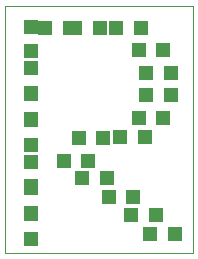
<source format=gtp>
G75*
%MOIN*%
%OFA0B0*%
%FSLAX24Y24*%
%IPPOS*%
%LPD*%
%AMOC8*
5,1,8,0,0,1.08239X$1,22.5*
%
%ADD10C,0.0000*%
%ADD11R,0.0472X0.0472*%
D10*
X002767Y002517D02*
X002767Y010742D01*
X009043Y010742D01*
X009043Y002517D01*
X002767Y002517D01*
D11*
X003642Y002978D03*
X003642Y003805D03*
X003642Y003853D03*
X006228Y004392D03*
X007055Y004392D03*
X006180Y005017D03*
X005353Y005017D03*
X003642Y004728D03*
X003642Y004680D03*
X006978Y003767D03*
X007805Y003767D03*
X007603Y003142D03*
X008430Y003142D03*
X005555Y005579D03*
X004728Y005579D03*
X003642Y005555D03*
X003642Y006103D03*
X005228Y006329D03*
X006055Y006329D03*
X006603Y006392D03*
X007430Y006392D03*
X007228Y007017D03*
X008055Y007017D03*
X008305Y007767D03*
X007478Y007767D03*
X007478Y008517D03*
X008305Y008517D03*
X008055Y009267D03*
X007228Y009267D03*
X007305Y010017D03*
X006478Y010017D03*
X005930Y010017D03*
X005103Y010017D03*
X004930Y010017D03*
X004103Y010017D03*
X003642Y010055D03*
X003642Y009228D03*
X003642Y008680D03*
X003642Y007853D03*
X003642Y007805D03*
X003642Y006978D03*
X003642Y006930D03*
M02*

</source>
